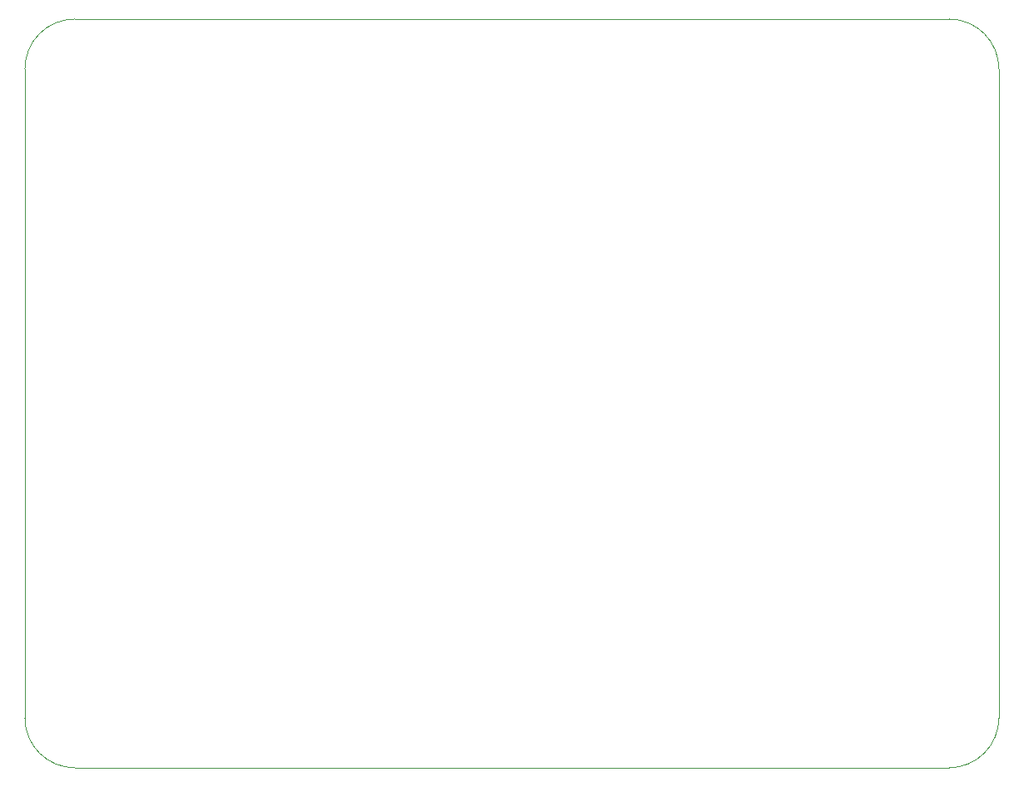
<source format=gbr>
%TF.GenerationSoftware,KiCad,Pcbnew,(6.0.0)*%
%TF.CreationDate,2022-01-24T17:52:30-05:00*%
%TF.ProjectId,function generator,66756e63-7469-46f6-9e20-67656e657261,rev?*%
%TF.SameCoordinates,Original*%
%TF.FileFunction,Profile,NP*%
%FSLAX46Y46*%
G04 Gerber Fmt 4.6, Leading zero omitted, Abs format (unit mm)*
G04 Created by KiCad (PCBNEW (6.0.0)) date 2022-01-24 17:52:30*
%MOMM*%
%LPD*%
G01*
G04 APERTURE LIST*
%TA.AperFunction,Profile*%
%ADD10C,0.100000*%
%TD*%
G04 APERTURE END LIST*
D10*
X88900000Y-22860000D02*
X129540000Y-22860000D01*
X134620000Y-93980000D02*
X134620000Y-27940000D01*
X40640000Y-22860000D02*
X88900000Y-22860000D01*
X35560000Y-93980000D02*
X35560000Y-27940000D01*
X40640000Y-99060000D02*
X129540000Y-99060000D01*
X134620000Y-27940000D02*
G75*
G03*
X129540000Y-22860000I-5080002J-2D01*
G01*
X35560000Y-93980000D02*
G75*
G03*
X40640000Y-99060000I5080002J2D01*
G01*
X129540000Y-99060000D02*
G75*
G03*
X134620000Y-93980000I-2J5080002D01*
G01*
X40640000Y-22860000D02*
G75*
G03*
X35560000Y-27940000I2J-5080002D01*
G01*
M02*

</source>
